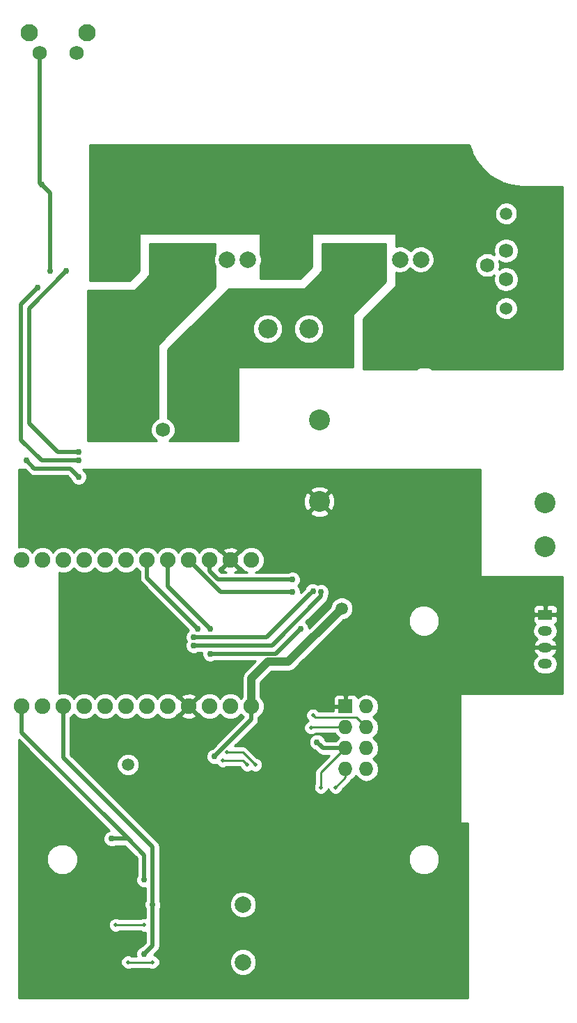
<source format=gbl>
G04 #@! TF.FileFunction,Copper,L2,Bot,Signal*
%FSLAX46Y46*%
G04 Gerber Fmt 4.6, Leading zero omitted, Abs format (unit mm)*
G04 Created by KiCad (PCBNEW 4.0.5) date 01/03/17 14:11:24*
%MOMM*%
%LPD*%
G01*
G04 APERTURE LIST*
%ADD10C,0.100000*%
%ADD11C,3.000000*%
%ADD12C,2.000000*%
%ADD13C,1.900000*%
%ADD14O,1.727200X1.727200*%
%ADD15R,1.727200X1.727200*%
%ADD16C,2.349500*%
%ADD17C,1.750000*%
%ADD18C,1.524000*%
%ADD19C,2.540000*%
%ADD20R,1.700000X1.200000*%
%ADD21O,1.700000X1.200000*%
%ADD22C,2.100000*%
%ADD23C,1.500000*%
%ADD24C,0.750000*%
%ADD25C,0.500000*%
%ADD26C,0.500000*%
%ADD27C,0.250000*%
%ADD28C,1.000000*%
%ADD29C,0.254000*%
G04 APERTURE END LIST*
D10*
D11*
X154380000Y-59580000D03*
X159460000Y-59580000D03*
D12*
X167080000Y-59580000D03*
X169620000Y-59580000D03*
D11*
X133380000Y-59580000D03*
X138460000Y-59580000D03*
D12*
X146080000Y-59580000D03*
X148620000Y-59580000D03*
D13*
X149000000Y-96110000D03*
X146460000Y-96110000D03*
X143920000Y-96110000D03*
X141380000Y-96110000D03*
X138840000Y-96110000D03*
X136300000Y-96110000D03*
X133760000Y-96110000D03*
X131220000Y-96110000D03*
X128680000Y-96110000D03*
X126140000Y-96110000D03*
X123600000Y-96110000D03*
X121060000Y-96110000D03*
X149000000Y-113890000D03*
X146460000Y-113890000D03*
X143920000Y-113890000D03*
X141380000Y-113890000D03*
X138840000Y-113890000D03*
X136300000Y-113890000D03*
X133760000Y-113890000D03*
X131220000Y-113890000D03*
X128680000Y-113890000D03*
X126140000Y-113890000D03*
X123600000Y-113890000D03*
X121060000Y-113890000D03*
D14*
X160460000Y-121540000D03*
X163000000Y-121540000D03*
X160460000Y-119000000D03*
X163000000Y-119000000D03*
X160460000Y-116460000D03*
X163000000Y-116460000D03*
D15*
X160460000Y-113920000D03*
D14*
X163000000Y-113920000D03*
D16*
X155997480Y-68000000D03*
X150998760Y-68000000D03*
X166000000Y-68000000D03*
X170998720Y-68000000D03*
D12*
X148000000Y-145000000D03*
X148000000Y-138000000D03*
D17*
X180000000Y-58500000D03*
X180000000Y-62000000D03*
X177700000Y-60250000D03*
D18*
X180000000Y-65500000D03*
D17*
X136500000Y-78000000D03*
X140000000Y-78000000D03*
X138250000Y-80300000D03*
D19*
X184716000Y-94493000D03*
X184716000Y-89184400D03*
X157284000Y-89006600D03*
X157284000Y-79100600D03*
D20*
X184750000Y-102750000D03*
D21*
X184750000Y-104750000D03*
X184750000Y-106750000D03*
X184750000Y-108750000D03*
D22*
X122000000Y-32000000D03*
D17*
X123260000Y-34490000D03*
X127760000Y-34490000D03*
D22*
X129010000Y-32000000D03*
D23*
X180000000Y-70000000D03*
X180000000Y-54000000D03*
X134000000Y-121000000D03*
D24*
X124500000Y-61000000D03*
X123500000Y-50500000D03*
D23*
X153500000Y-139500000D03*
D25*
X139000000Y-145000000D03*
X141500000Y-138500000D03*
D24*
X123500000Y-86500000D03*
D25*
X132500000Y-140500000D03*
X136000000Y-140500000D03*
X134000000Y-145000000D03*
X137000000Y-145000000D03*
D24*
X144500000Y-120000000D03*
D23*
X160000000Y-102000000D03*
D24*
X144000010Y-104500000D03*
X142500076Y-104500000D03*
X121625001Y-84000000D03*
X144000000Y-107500000D03*
X155000000Y-104500000D03*
X128000000Y-86000000D03*
X154000000Y-98500000D03*
X154000000Y-100000000D03*
X126500000Y-61000000D03*
X128000000Y-83000000D03*
X157500000Y-100000000D03*
X142000000Y-106500000D03*
X123000000Y-63000000D03*
X128000000Y-84000000D03*
X156500000Y-99879010D03*
X142000000Y-105500000D03*
X132000000Y-130000000D03*
X136000000Y-135000000D03*
X137000000Y-138000000D03*
X136000000Y-144000000D03*
D25*
X159250000Y-123750000D03*
X157500000Y-123750000D03*
D24*
X157000000Y-118250000D03*
D25*
X156500000Y-115000000D03*
X146000000Y-119500000D03*
X149500000Y-121000028D03*
X156250000Y-116500000D03*
X145500000Y-120500000D03*
X148500000Y-121000000D03*
D26*
X123500000Y-50500000D02*
X124500000Y-51500000D01*
X124500000Y-51500000D02*
X124500000Y-61000000D01*
X123260000Y-34490000D02*
X123260000Y-50260000D01*
X123260000Y-50260000D02*
X123500000Y-50500000D01*
D27*
X133000000Y-140500000D02*
X132500000Y-140500000D01*
X136000000Y-140500000D02*
X133000000Y-140500000D01*
X137000000Y-145000000D02*
X134000000Y-145000000D01*
D26*
X144500000Y-120000000D02*
X149000000Y-115500000D01*
X149000000Y-115500000D02*
X149000000Y-113890000D01*
D28*
X151000000Y-108500000D02*
X153500000Y-108500000D01*
X153500000Y-108500000D02*
X160000000Y-102000000D01*
X149000000Y-110500000D02*
X151000000Y-108500000D01*
X149000000Y-113890000D02*
X149000000Y-110500000D01*
X149110000Y-114000000D02*
X149000000Y-113890000D01*
D26*
X138840000Y-96110000D02*
X138840000Y-99339990D01*
X138840000Y-99339990D02*
X144000010Y-104500000D01*
X139000000Y-96270000D02*
X138840000Y-96110000D01*
X136300000Y-96110000D02*
X136300000Y-98299924D01*
X142125077Y-104125001D02*
X142500076Y-104500000D01*
X136300000Y-98299924D02*
X142125077Y-104125001D01*
X122625001Y-85000000D02*
X121625001Y-84000000D01*
X127000000Y-85000000D02*
X122625001Y-85000000D01*
X128000000Y-86000000D02*
X127000000Y-85000000D01*
X155000000Y-104500000D02*
X152000000Y-107500000D01*
X152000000Y-107500000D02*
X144000000Y-107500000D01*
X143920000Y-96110000D02*
X143920000Y-97453502D01*
X143920000Y-97453502D02*
X144966498Y-98500000D01*
X144966498Y-98500000D02*
X145500000Y-98500000D01*
X154000000Y-98500000D02*
X145500000Y-98500000D01*
X153000000Y-100000000D02*
X145270000Y-100000000D01*
X153000000Y-100000000D02*
X154000000Y-100000000D01*
X145270000Y-100000000D02*
X141380000Y-96110000D01*
X122000000Y-65500000D02*
X126500000Y-61000000D01*
X122000000Y-79500000D02*
X122000000Y-65500000D01*
X125500000Y-83000000D02*
X122000000Y-79500000D01*
X128000000Y-83000000D02*
X125500000Y-83000000D01*
X157500000Y-100530330D02*
X157500000Y-100000000D01*
X142000000Y-106500000D02*
X151530330Y-106500000D01*
X151530330Y-106500000D02*
X157500000Y-100530330D01*
X121000000Y-81500000D02*
X121000000Y-65000000D01*
X121000000Y-65000000D02*
X123000000Y-63000000D01*
X123500000Y-84000000D02*
X121000000Y-81500000D01*
X128000000Y-84000000D02*
X123500000Y-84000000D01*
X156125001Y-100254009D02*
X156500000Y-99879010D01*
X150879010Y-105500000D02*
X156125001Y-100254009D01*
X142000000Y-105500000D02*
X150879010Y-105500000D01*
X136000000Y-132000000D02*
X134000000Y-130000000D01*
X134000000Y-130000000D02*
X121060000Y-117060000D01*
X132000000Y-130000000D02*
X134000000Y-130000000D01*
X121060000Y-117060000D02*
X121060000Y-113890000D01*
X136000000Y-135000000D02*
X136000000Y-132000000D01*
X137000000Y-143000000D02*
X137000000Y-138530330D01*
X137000000Y-138530330D02*
X137000000Y-138000000D01*
X136000000Y-144000000D02*
X137000000Y-143000000D01*
X126140000Y-113890000D02*
X126140000Y-120140000D01*
X126140000Y-120140000D02*
X137000000Y-131000000D01*
X137000000Y-131000000D02*
X137000000Y-138000000D01*
D27*
X159250000Y-123750000D02*
X160460000Y-122540000D01*
X160460000Y-122540000D02*
X160460000Y-121540000D01*
X157500000Y-123750000D02*
X157500000Y-121960000D01*
X157500000Y-121960000D02*
X160460000Y-119000000D01*
D26*
X157374999Y-118624999D02*
X157000000Y-118250000D01*
X160460000Y-119000000D02*
X157750000Y-119000000D01*
X157750000Y-119000000D02*
X157374999Y-118624999D01*
D27*
X163000000Y-116460000D02*
X161811399Y-115271399D01*
X161811399Y-115271399D02*
X156771399Y-115271399D01*
X156771399Y-115271399D02*
X156500000Y-115000000D01*
X149500000Y-121000028D02*
X147999972Y-119500000D01*
X147999972Y-119500000D02*
X146000000Y-119500000D01*
X149250001Y-120750029D02*
X149500000Y-121000028D01*
X156290000Y-116460000D02*
X156250000Y-116500000D01*
X160460000Y-116460000D02*
X156290000Y-116460000D01*
X148500000Y-121000000D02*
X148000000Y-120500000D01*
X148000000Y-120500000D02*
X145500000Y-120500000D01*
D29*
G36*
X175814455Y-46527654D02*
X175838523Y-46584908D01*
X175861772Y-46642452D01*
X175866262Y-46650897D01*
X176423216Y-47680960D01*
X176457946Y-47732449D01*
X176491929Y-47784380D01*
X176497973Y-47791792D01*
X177244394Y-48694060D01*
X177288450Y-48737809D01*
X177331886Y-48782164D01*
X177339255Y-48788261D01*
X178246711Y-49528364D01*
X178298414Y-49562715D01*
X178349650Y-49597797D01*
X178358063Y-49602346D01*
X179391990Y-50152095D01*
X179449400Y-50175758D01*
X179506455Y-50200211D01*
X179515591Y-50203040D01*
X180636607Y-50541495D01*
X180697540Y-50553560D01*
X180758238Y-50566462D01*
X180767750Y-50567462D01*
X181933156Y-50681731D01*
X181961889Y-50681731D01*
X181990436Y-50684933D01*
X182000000Y-50685000D01*
X186815000Y-50685000D01*
X186815000Y-72873000D01*
X170958948Y-72873000D01*
X170900890Y-72833839D01*
X170560107Y-72690587D01*
X170197990Y-72616255D01*
X169828331Y-72613674D01*
X169465211Y-72682943D01*
X169122461Y-72821423D01*
X169043643Y-72873000D01*
X162627000Y-72873000D01*
X162627000Y-66802606D01*
X163812142Y-65617464D01*
X178601164Y-65617464D01*
X178650620Y-65886928D01*
X178751474Y-66141655D01*
X178899883Y-66371942D01*
X179090196Y-66569016D01*
X179315163Y-66725372D01*
X179566215Y-66835054D01*
X179833789Y-66893884D01*
X180107695Y-66899622D01*
X180377499Y-66852048D01*
X180632923Y-66752975D01*
X180864240Y-66606177D01*
X181062639Y-66417245D01*
X181220561Y-66193375D01*
X181331993Y-65943095D01*
X181392690Y-65675938D01*
X181397059Y-65363017D01*
X181343846Y-65094269D01*
X181239446Y-64840975D01*
X181087835Y-64612783D01*
X180894790Y-64418385D01*
X180667662Y-64265185D01*
X180415103Y-64159019D01*
X180146733Y-64103931D01*
X179872774Y-64102018D01*
X179603661Y-64153354D01*
X179349644Y-64255984D01*
X179120399Y-64405997D01*
X178924658Y-64597681D01*
X178769877Y-64823734D01*
X178661950Y-65075546D01*
X178604989Y-65343524D01*
X178601164Y-65617464D01*
X163812142Y-65617464D01*
X166589803Y-62839803D01*
X166611266Y-62811229D01*
X166623918Y-62777807D01*
X166627000Y-62750000D01*
X166627000Y-61154525D01*
X166885473Y-61211354D01*
X167206043Y-61218069D01*
X167521811Y-61162390D01*
X167820752Y-61046439D01*
X168091477Y-60874632D01*
X168323676Y-60653512D01*
X168348998Y-60617616D01*
X168555197Y-60831140D01*
X168818490Y-61014133D01*
X169112313Y-61142501D01*
X169425473Y-61211354D01*
X169746043Y-61218069D01*
X170061811Y-61162390D01*
X170360752Y-61046439D01*
X170631477Y-60874632D01*
X170863676Y-60653512D01*
X171048503Y-60391503D01*
X171054975Y-60376965D01*
X176188015Y-60376965D01*
X176241472Y-60668226D01*
X176350483Y-60943557D01*
X176510897Y-61192471D01*
X176716604Y-61405487D01*
X176959768Y-61574490D01*
X177231127Y-61693044D01*
X177520345Y-61756633D01*
X177816406Y-61762834D01*
X178108034Y-61711412D01*
X178384119Y-61604326D01*
X178579927Y-61480062D01*
X178553718Y-61541212D01*
X178492150Y-61830868D01*
X178488015Y-62126965D01*
X178541472Y-62418226D01*
X178650483Y-62693557D01*
X178810897Y-62942471D01*
X179016604Y-63155487D01*
X179259768Y-63324490D01*
X179531127Y-63443044D01*
X179820345Y-63506633D01*
X180116406Y-63512834D01*
X180408034Y-63461412D01*
X180684119Y-63354326D01*
X180934147Y-63195653D01*
X181148593Y-62991439D01*
X181319290Y-62749461D01*
X181439735Y-62478936D01*
X181505342Y-62190169D01*
X181510065Y-61851937D01*
X181452547Y-61561450D01*
X181339702Y-61287668D01*
X181175828Y-61041018D01*
X180967167Y-60830896D01*
X180721667Y-60665304D01*
X180448680Y-60550550D01*
X180158602Y-60491006D01*
X179862483Y-60488939D01*
X179571602Y-60544427D01*
X179297038Y-60655358D01*
X179121290Y-60770364D01*
X179139735Y-60728936D01*
X179205342Y-60440169D01*
X179210065Y-60101937D01*
X179152547Y-59811450D01*
X179117033Y-59725287D01*
X179259768Y-59824490D01*
X179531127Y-59943044D01*
X179820345Y-60006633D01*
X180116406Y-60012834D01*
X180408034Y-59961412D01*
X180684119Y-59854326D01*
X180934147Y-59695653D01*
X181148593Y-59491439D01*
X181319290Y-59249461D01*
X181439735Y-58978936D01*
X181505342Y-58690169D01*
X181510065Y-58351937D01*
X181452547Y-58061450D01*
X181339702Y-57787668D01*
X181175828Y-57541018D01*
X180967167Y-57330896D01*
X180721667Y-57165304D01*
X180448680Y-57050550D01*
X180158602Y-56991006D01*
X179862483Y-56988939D01*
X179571602Y-57044427D01*
X179297038Y-57155358D01*
X179049250Y-57317506D01*
X178837676Y-57524695D01*
X178670375Y-57769032D01*
X178553718Y-58041212D01*
X178492150Y-58330868D01*
X178488015Y-58626965D01*
X178541472Y-58918226D01*
X178583546Y-59024493D01*
X178421667Y-58915304D01*
X178148680Y-58800550D01*
X177858602Y-58741006D01*
X177562483Y-58738939D01*
X177271602Y-58794427D01*
X176997038Y-58905358D01*
X176749250Y-59067506D01*
X176537676Y-59274695D01*
X176370375Y-59519032D01*
X176253718Y-59791212D01*
X176192150Y-60080868D01*
X176188015Y-60376965D01*
X171054975Y-60376965D01*
X171178919Y-60098583D01*
X171249956Y-59785911D01*
X171255070Y-59419680D01*
X171192791Y-59105146D01*
X171070604Y-58808700D01*
X170893165Y-58541632D01*
X170667231Y-58314115D01*
X170401408Y-58134816D01*
X170105822Y-58010563D01*
X169791731Y-57946089D01*
X169471099Y-57943851D01*
X169156138Y-58003933D01*
X168858846Y-58124046D01*
X168590546Y-58299617D01*
X168361457Y-58523957D01*
X168350910Y-58539361D01*
X168127231Y-58314115D01*
X167861408Y-58134816D01*
X167565822Y-58010563D01*
X167251731Y-57946089D01*
X166931099Y-57943851D01*
X166627000Y-58001861D01*
X166627000Y-56500000D01*
X166621972Y-56464619D01*
X166607286Y-56432039D01*
X166584105Y-56404840D01*
X166554264Y-56385177D01*
X166520127Y-56374605D01*
X166500000Y-56373000D01*
X156500000Y-56373000D01*
X156464619Y-56378028D01*
X156432039Y-56392714D01*
X156404840Y-56415895D01*
X156385177Y-56445736D01*
X156374605Y-56479873D01*
X156373000Y-56500000D01*
X156373000Y-60447394D01*
X154947394Y-61873000D01*
X150127000Y-61873000D01*
X150127000Y-60215195D01*
X150178919Y-60098583D01*
X150249956Y-59785911D01*
X150255070Y-59419680D01*
X150192791Y-59105146D01*
X150127000Y-58945526D01*
X150127000Y-56500000D01*
X150121972Y-56464619D01*
X150107286Y-56432039D01*
X150084105Y-56404840D01*
X150054264Y-56385177D01*
X150020127Y-56374605D01*
X150000000Y-56373000D01*
X135500000Y-56373000D01*
X135464619Y-56378028D01*
X135432039Y-56392714D01*
X135404840Y-56415895D01*
X135385177Y-56445736D01*
X135374605Y-56479873D01*
X135373000Y-56500000D01*
X135373000Y-60947394D01*
X134197394Y-62123000D01*
X129377000Y-62123000D01*
X129377000Y-54116455D01*
X178613180Y-54116455D01*
X178662211Y-54383605D01*
X178762198Y-54636144D01*
X178909333Y-54864452D01*
X179098011Y-55059834D01*
X179321045Y-55214847D01*
X179569941Y-55323586D01*
X179835217Y-55381911D01*
X180106770Y-55387599D01*
X180374256Y-55340434D01*
X180627487Y-55242213D01*
X180856817Y-55096675D01*
X181053511Y-54909366D01*
X181210077Y-54687419D01*
X181320552Y-54439289D01*
X181380727Y-54174426D01*
X181385059Y-53864194D01*
X181332303Y-53597754D01*
X181228799Y-53346636D01*
X181078491Y-53120404D01*
X180887104Y-52927676D01*
X180661927Y-52775792D01*
X180411537Y-52670538D01*
X180145472Y-52615923D01*
X179873867Y-52614027D01*
X179607065Y-52664922D01*
X179355230Y-52766670D01*
X179127955Y-52915395D01*
X178933895Y-53105432D01*
X178780443Y-53329543D01*
X178673444Y-53579192D01*
X178616972Y-53844869D01*
X178613180Y-54116455D01*
X129377000Y-54116455D01*
X129377000Y-45627000D01*
X175535656Y-45627000D01*
X175814455Y-46527654D01*
X175814455Y-46527654D01*
G37*
X175814455Y-46527654D02*
X175838523Y-46584908D01*
X175861772Y-46642452D01*
X175866262Y-46650897D01*
X176423216Y-47680960D01*
X176457946Y-47732449D01*
X176491929Y-47784380D01*
X176497973Y-47791792D01*
X177244394Y-48694060D01*
X177288450Y-48737809D01*
X177331886Y-48782164D01*
X177339255Y-48788261D01*
X178246711Y-49528364D01*
X178298414Y-49562715D01*
X178349650Y-49597797D01*
X178358063Y-49602346D01*
X179391990Y-50152095D01*
X179449400Y-50175758D01*
X179506455Y-50200211D01*
X179515591Y-50203040D01*
X180636607Y-50541495D01*
X180697540Y-50553560D01*
X180758238Y-50566462D01*
X180767750Y-50567462D01*
X181933156Y-50681731D01*
X181961889Y-50681731D01*
X181990436Y-50684933D01*
X182000000Y-50685000D01*
X186815000Y-50685000D01*
X186815000Y-72873000D01*
X170958948Y-72873000D01*
X170900890Y-72833839D01*
X170560107Y-72690587D01*
X170197990Y-72616255D01*
X169828331Y-72613674D01*
X169465211Y-72682943D01*
X169122461Y-72821423D01*
X169043643Y-72873000D01*
X162627000Y-72873000D01*
X162627000Y-66802606D01*
X163812142Y-65617464D01*
X178601164Y-65617464D01*
X178650620Y-65886928D01*
X178751474Y-66141655D01*
X178899883Y-66371942D01*
X179090196Y-66569016D01*
X179315163Y-66725372D01*
X179566215Y-66835054D01*
X179833789Y-66893884D01*
X180107695Y-66899622D01*
X180377499Y-66852048D01*
X180632923Y-66752975D01*
X180864240Y-66606177D01*
X181062639Y-66417245D01*
X181220561Y-66193375D01*
X181331993Y-65943095D01*
X181392690Y-65675938D01*
X181397059Y-65363017D01*
X181343846Y-65094269D01*
X181239446Y-64840975D01*
X181087835Y-64612783D01*
X180894790Y-64418385D01*
X180667662Y-64265185D01*
X180415103Y-64159019D01*
X180146733Y-64103931D01*
X179872774Y-64102018D01*
X179603661Y-64153354D01*
X179349644Y-64255984D01*
X179120399Y-64405997D01*
X178924658Y-64597681D01*
X178769877Y-64823734D01*
X178661950Y-65075546D01*
X178604989Y-65343524D01*
X178601164Y-65617464D01*
X163812142Y-65617464D01*
X166589803Y-62839803D01*
X166611266Y-62811229D01*
X166623918Y-62777807D01*
X166627000Y-62750000D01*
X166627000Y-61154525D01*
X166885473Y-61211354D01*
X167206043Y-61218069D01*
X167521811Y-61162390D01*
X167820752Y-61046439D01*
X168091477Y-60874632D01*
X168323676Y-60653512D01*
X168348998Y-60617616D01*
X168555197Y-60831140D01*
X168818490Y-61014133D01*
X169112313Y-61142501D01*
X169425473Y-61211354D01*
X169746043Y-61218069D01*
X170061811Y-61162390D01*
X170360752Y-61046439D01*
X170631477Y-60874632D01*
X170863676Y-60653512D01*
X171048503Y-60391503D01*
X171054975Y-60376965D01*
X176188015Y-60376965D01*
X176241472Y-60668226D01*
X176350483Y-60943557D01*
X176510897Y-61192471D01*
X176716604Y-61405487D01*
X176959768Y-61574490D01*
X177231127Y-61693044D01*
X177520345Y-61756633D01*
X177816406Y-61762834D01*
X178108034Y-61711412D01*
X178384119Y-61604326D01*
X178579927Y-61480062D01*
X178553718Y-61541212D01*
X178492150Y-61830868D01*
X178488015Y-62126965D01*
X178541472Y-62418226D01*
X178650483Y-62693557D01*
X178810897Y-62942471D01*
X179016604Y-63155487D01*
X179259768Y-63324490D01*
X179531127Y-63443044D01*
X179820345Y-63506633D01*
X180116406Y-63512834D01*
X180408034Y-63461412D01*
X180684119Y-63354326D01*
X180934147Y-63195653D01*
X181148593Y-62991439D01*
X181319290Y-62749461D01*
X181439735Y-62478936D01*
X181505342Y-62190169D01*
X181510065Y-61851937D01*
X181452547Y-61561450D01*
X181339702Y-61287668D01*
X181175828Y-61041018D01*
X180967167Y-60830896D01*
X180721667Y-60665304D01*
X180448680Y-60550550D01*
X180158602Y-60491006D01*
X179862483Y-60488939D01*
X179571602Y-60544427D01*
X179297038Y-60655358D01*
X179121290Y-60770364D01*
X179139735Y-60728936D01*
X179205342Y-60440169D01*
X179210065Y-60101937D01*
X179152547Y-59811450D01*
X179117033Y-59725287D01*
X179259768Y-59824490D01*
X179531127Y-59943044D01*
X179820345Y-60006633D01*
X180116406Y-60012834D01*
X180408034Y-59961412D01*
X180684119Y-59854326D01*
X180934147Y-59695653D01*
X181148593Y-59491439D01*
X181319290Y-59249461D01*
X181439735Y-58978936D01*
X181505342Y-58690169D01*
X181510065Y-58351937D01*
X181452547Y-58061450D01*
X181339702Y-57787668D01*
X181175828Y-57541018D01*
X180967167Y-57330896D01*
X180721667Y-57165304D01*
X180448680Y-57050550D01*
X180158602Y-56991006D01*
X179862483Y-56988939D01*
X179571602Y-57044427D01*
X179297038Y-57155358D01*
X179049250Y-57317506D01*
X178837676Y-57524695D01*
X178670375Y-57769032D01*
X178553718Y-58041212D01*
X178492150Y-58330868D01*
X178488015Y-58626965D01*
X178541472Y-58918226D01*
X178583546Y-59024493D01*
X178421667Y-58915304D01*
X178148680Y-58800550D01*
X177858602Y-58741006D01*
X177562483Y-58738939D01*
X177271602Y-58794427D01*
X176997038Y-58905358D01*
X176749250Y-59067506D01*
X176537676Y-59274695D01*
X176370375Y-59519032D01*
X176253718Y-59791212D01*
X176192150Y-60080868D01*
X176188015Y-60376965D01*
X171054975Y-60376965D01*
X171178919Y-60098583D01*
X171249956Y-59785911D01*
X171255070Y-59419680D01*
X171192791Y-59105146D01*
X171070604Y-58808700D01*
X170893165Y-58541632D01*
X170667231Y-58314115D01*
X170401408Y-58134816D01*
X170105822Y-58010563D01*
X169791731Y-57946089D01*
X169471099Y-57943851D01*
X169156138Y-58003933D01*
X168858846Y-58124046D01*
X168590546Y-58299617D01*
X168361457Y-58523957D01*
X168350910Y-58539361D01*
X168127231Y-58314115D01*
X167861408Y-58134816D01*
X167565822Y-58010563D01*
X167251731Y-57946089D01*
X166931099Y-57943851D01*
X166627000Y-58001861D01*
X166627000Y-56500000D01*
X166621972Y-56464619D01*
X166607286Y-56432039D01*
X166584105Y-56404840D01*
X166554264Y-56385177D01*
X166520127Y-56374605D01*
X166500000Y-56373000D01*
X156500000Y-56373000D01*
X156464619Y-56378028D01*
X156432039Y-56392714D01*
X156404840Y-56415895D01*
X156385177Y-56445736D01*
X156374605Y-56479873D01*
X156373000Y-56500000D01*
X156373000Y-60447394D01*
X154947394Y-61873000D01*
X150127000Y-61873000D01*
X150127000Y-60215195D01*
X150178919Y-60098583D01*
X150249956Y-59785911D01*
X150255070Y-59419680D01*
X150192791Y-59105146D01*
X150127000Y-58945526D01*
X150127000Y-56500000D01*
X150121972Y-56464619D01*
X150107286Y-56432039D01*
X150084105Y-56404840D01*
X150054264Y-56385177D01*
X150020127Y-56374605D01*
X150000000Y-56373000D01*
X135500000Y-56373000D01*
X135464619Y-56378028D01*
X135432039Y-56392714D01*
X135404840Y-56415895D01*
X135385177Y-56445736D01*
X135374605Y-56479873D01*
X135373000Y-56500000D01*
X135373000Y-60947394D01*
X134197394Y-62123000D01*
X129377000Y-62123000D01*
X129377000Y-54116455D01*
X178613180Y-54116455D01*
X178662211Y-54383605D01*
X178762198Y-54636144D01*
X178909333Y-54864452D01*
X179098011Y-55059834D01*
X179321045Y-55214847D01*
X179569941Y-55323586D01*
X179835217Y-55381911D01*
X180106770Y-55387599D01*
X180374256Y-55340434D01*
X180627487Y-55242213D01*
X180856817Y-55096675D01*
X181053511Y-54909366D01*
X181210077Y-54687419D01*
X181320552Y-54439289D01*
X181380727Y-54174426D01*
X181385059Y-53864194D01*
X181332303Y-53597754D01*
X181228799Y-53346636D01*
X181078491Y-53120404D01*
X180887104Y-52927676D01*
X180661927Y-52775792D01*
X180411537Y-52670538D01*
X180145472Y-52615923D01*
X179873867Y-52614027D01*
X179607065Y-52664922D01*
X179355230Y-52766670D01*
X179127955Y-52915395D01*
X178933895Y-53105432D01*
X178780443Y-53329543D01*
X178673444Y-53579192D01*
X178616972Y-53844869D01*
X178613180Y-54116455D01*
X129377000Y-54116455D01*
X129377000Y-45627000D01*
X175535656Y-45627000D01*
X175814455Y-46527654D01*
G36*
X144623000Y-58825363D02*
X144445284Y-59253352D01*
X144444716Y-59903795D01*
X144623000Y-60335274D01*
X144623000Y-62947394D01*
X137660197Y-69910197D01*
X137632334Y-69952211D01*
X137623000Y-70000000D01*
X137623000Y-78925249D01*
X137395771Y-79019138D01*
X136970630Y-79443537D01*
X136740262Y-79998325D01*
X136739738Y-80599040D01*
X136969138Y-81154229D01*
X137393537Y-81579370D01*
X137498610Y-81623000D01*
X129127000Y-81623000D01*
X129127000Y-63377000D01*
X134750000Y-63377000D01*
X134799410Y-63366994D01*
X134839803Y-63339803D01*
X136589803Y-61589803D01*
X136617666Y-61547789D01*
X136627000Y-61500000D01*
X136627000Y-57627000D01*
X144623000Y-57627000D01*
X144623000Y-58825363D01*
X144623000Y-58825363D01*
G37*
X144623000Y-58825363D02*
X144445284Y-59253352D01*
X144444716Y-59903795D01*
X144623000Y-60335274D01*
X144623000Y-62947394D01*
X137660197Y-69910197D01*
X137632334Y-69952211D01*
X137623000Y-70000000D01*
X137623000Y-78925249D01*
X137395771Y-79019138D01*
X136970630Y-79443537D01*
X136740262Y-79998325D01*
X136739738Y-80599040D01*
X136969138Y-81154229D01*
X137393537Y-81579370D01*
X137498610Y-81623000D01*
X129127000Y-81623000D01*
X129127000Y-63377000D01*
X134750000Y-63377000D01*
X134799410Y-63366994D01*
X134839803Y-63339803D01*
X136589803Y-61589803D01*
X136617666Y-61547789D01*
X136627000Y-61500000D01*
X136627000Y-57627000D01*
X144623000Y-57627000D01*
X144623000Y-58825363D01*
G36*
X165373000Y-62197394D02*
X161410197Y-66160197D01*
X161382334Y-66202211D01*
X161373000Y-66250000D01*
X161373000Y-72623000D01*
X147500000Y-72623000D01*
X147450590Y-72633006D01*
X147408965Y-72661447D01*
X147381685Y-72703841D01*
X147373000Y-72750000D01*
X147373000Y-81623000D01*
X139002248Y-81623000D01*
X139104229Y-81580862D01*
X139529370Y-81156463D01*
X139759738Y-80601675D01*
X139760262Y-80000960D01*
X139530862Y-79445771D01*
X139106463Y-79020630D01*
X138877000Y-78925349D01*
X138877000Y-70552606D01*
X141071204Y-68358402D01*
X149188697Y-68358402D01*
X149463634Y-69023802D01*
X149972281Y-69533337D01*
X150637199Y-69809435D01*
X151357162Y-69810063D01*
X152022562Y-69535126D01*
X152532097Y-69026479D01*
X152808195Y-68361561D01*
X152808197Y-68358402D01*
X154187417Y-68358402D01*
X154462354Y-69023802D01*
X154971001Y-69533337D01*
X155635919Y-69809435D01*
X156355882Y-69810063D01*
X157021282Y-69535126D01*
X157530817Y-69026479D01*
X157806915Y-68361561D01*
X157807543Y-67641598D01*
X157532606Y-66976198D01*
X157023959Y-66466663D01*
X156359041Y-66190565D01*
X155639078Y-66189937D01*
X154973678Y-66464874D01*
X154464143Y-66973521D01*
X154188045Y-67638439D01*
X154187417Y-68358402D01*
X152808197Y-68358402D01*
X152808823Y-67641598D01*
X152533886Y-66976198D01*
X152025239Y-66466663D01*
X151360321Y-66190565D01*
X150640358Y-66189937D01*
X149974958Y-66464874D01*
X149465423Y-66973521D01*
X149189325Y-67638439D01*
X149188697Y-68358402D01*
X141071204Y-68358402D01*
X146302606Y-63127000D01*
X155500000Y-63127000D01*
X155549410Y-63116994D01*
X155589803Y-63089803D01*
X157589803Y-61089803D01*
X157617666Y-61047789D01*
X157627000Y-61000000D01*
X157627000Y-57627000D01*
X165373000Y-57627000D01*
X165373000Y-62197394D01*
X165373000Y-62197394D01*
G37*
X165373000Y-62197394D02*
X161410197Y-66160197D01*
X161382334Y-66202211D01*
X161373000Y-66250000D01*
X161373000Y-72623000D01*
X147500000Y-72623000D01*
X147450590Y-72633006D01*
X147408965Y-72661447D01*
X147381685Y-72703841D01*
X147373000Y-72750000D01*
X147373000Y-81623000D01*
X139002248Y-81623000D01*
X139104229Y-81580862D01*
X139529370Y-81156463D01*
X139759738Y-80601675D01*
X139760262Y-80000960D01*
X139530862Y-79445771D01*
X139106463Y-79020630D01*
X138877000Y-78925349D01*
X138877000Y-70552606D01*
X141071204Y-68358402D01*
X149188697Y-68358402D01*
X149463634Y-69023802D01*
X149972281Y-69533337D01*
X150637199Y-69809435D01*
X151357162Y-69810063D01*
X152022562Y-69535126D01*
X152532097Y-69026479D01*
X152808195Y-68361561D01*
X152808197Y-68358402D01*
X154187417Y-68358402D01*
X154462354Y-69023802D01*
X154971001Y-69533337D01*
X155635919Y-69809435D01*
X156355882Y-69810063D01*
X157021282Y-69535126D01*
X157530817Y-69026479D01*
X157806915Y-68361561D01*
X157807543Y-67641598D01*
X157532606Y-66976198D01*
X157023959Y-66466663D01*
X156359041Y-66190565D01*
X155639078Y-66189937D01*
X154973678Y-66464874D01*
X154464143Y-66973521D01*
X154188045Y-67638439D01*
X154187417Y-68358402D01*
X152808197Y-68358402D01*
X152808823Y-67641598D01*
X152533886Y-66976198D01*
X152025239Y-66466663D01*
X151360321Y-66190565D01*
X150640358Y-66189937D01*
X149974958Y-66464874D01*
X149465423Y-66973521D01*
X149189325Y-67638439D01*
X149188697Y-68358402D01*
X141071204Y-68358402D01*
X146302606Y-63127000D01*
X155500000Y-63127000D01*
X155549410Y-63116994D01*
X155589803Y-63089803D01*
X157589803Y-61089803D01*
X157617666Y-61047789D01*
X157627000Y-61000000D01*
X157627000Y-57627000D01*
X165373000Y-57627000D01*
X165373000Y-62197394D01*
G36*
X121999209Y-85625787D02*
X121999211Y-85625790D01*
X122052395Y-85661326D01*
X122286327Y-85817634D01*
X122625001Y-85885001D01*
X122625006Y-85885000D01*
X126633420Y-85885000D01*
X127018965Y-86270544D01*
X127143264Y-86571372D01*
X127427134Y-86855737D01*
X127798217Y-87009824D01*
X128200020Y-87010175D01*
X128571372Y-86856736D01*
X128855737Y-86572866D01*
X129009824Y-86201783D01*
X129010175Y-85799980D01*
X128856736Y-85428628D01*
X128572866Y-85144263D01*
X128531292Y-85127000D01*
X176873000Y-85127000D01*
X176873000Y-98000000D01*
X176883006Y-98049410D01*
X176911447Y-98091035D01*
X176953841Y-98118315D01*
X177000000Y-98127000D01*
X186815000Y-98127000D01*
X186815000Y-112373000D01*
X174500000Y-112373000D01*
X174453841Y-112381685D01*
X174411447Y-112408965D01*
X174383006Y-112450590D01*
X174373000Y-112500000D01*
X174373000Y-128000000D01*
X174381685Y-128046159D01*
X174408965Y-128088553D01*
X174450590Y-128116994D01*
X174500000Y-128127000D01*
X175373000Y-128127000D01*
X175373000Y-133640947D01*
X175328162Y-133866363D01*
X175328162Y-133933830D01*
X175315000Y-134000000D01*
X175315000Y-149315000D01*
X120685000Y-149315000D01*
X120685000Y-132873305D01*
X124114674Y-132873305D01*
X124401043Y-133566372D01*
X124930839Y-134097093D01*
X125623405Y-134384672D01*
X126373305Y-134385326D01*
X127066372Y-134098957D01*
X127597093Y-133569161D01*
X127884672Y-132876595D01*
X127885326Y-132126695D01*
X127598957Y-131433628D01*
X127069161Y-130902907D01*
X126376595Y-130615328D01*
X125626695Y-130614674D01*
X124933628Y-130901043D01*
X124402907Y-131430839D01*
X124115328Y-132123405D01*
X124114674Y-132873305D01*
X120685000Y-132873305D01*
X120685000Y-117936580D01*
X131756296Y-129007875D01*
X131428628Y-129143264D01*
X131144263Y-129427134D01*
X130990176Y-129798217D01*
X130989825Y-130200020D01*
X131143264Y-130571372D01*
X131427134Y-130855737D01*
X131798217Y-131009824D01*
X132200020Y-131010175D01*
X132502968Y-130885000D01*
X133633420Y-130885000D01*
X135115000Y-132366579D01*
X135115000Y-134497607D01*
X134990176Y-134798217D01*
X134989825Y-135200020D01*
X135143264Y-135571372D01*
X135427134Y-135855737D01*
X135798217Y-136009824D01*
X136115000Y-136010101D01*
X136115000Y-137497607D01*
X135990176Y-137798217D01*
X135989825Y-138200020D01*
X136115000Y-138502968D01*
X136115000Y-139615100D01*
X135824735Y-139614847D01*
X135521841Y-139740000D01*
X132977473Y-139740000D01*
X132676810Y-139615154D01*
X132324735Y-139614847D01*
X131999343Y-139749296D01*
X131750171Y-139998033D01*
X131615154Y-140323190D01*
X131614847Y-140675265D01*
X131749296Y-141000657D01*
X131998033Y-141249829D01*
X132323190Y-141384846D01*
X132675265Y-141385153D01*
X132978159Y-141260000D01*
X135522527Y-141260000D01*
X135823190Y-141384846D01*
X136115000Y-141385100D01*
X136115000Y-142633421D01*
X135729455Y-143018965D01*
X135428628Y-143143264D01*
X135144263Y-143427134D01*
X134990176Y-143798217D01*
X134989825Y-144200020D01*
X135006344Y-144240000D01*
X134477473Y-144240000D01*
X134176810Y-144115154D01*
X133824735Y-144114847D01*
X133499343Y-144249296D01*
X133250171Y-144498033D01*
X133115154Y-144823190D01*
X133114847Y-145175265D01*
X133249296Y-145500657D01*
X133498033Y-145749829D01*
X133823190Y-145884846D01*
X134175265Y-145885153D01*
X134478159Y-145760000D01*
X136522527Y-145760000D01*
X136823190Y-145884846D01*
X137175265Y-145885153D01*
X137500657Y-145750704D01*
X137749829Y-145501967D01*
X137823812Y-145323795D01*
X146364716Y-145323795D01*
X146613106Y-145924943D01*
X147072637Y-146385278D01*
X147673352Y-146634716D01*
X148323795Y-146635284D01*
X148924943Y-146386894D01*
X149385278Y-145927363D01*
X149634716Y-145326648D01*
X149635284Y-144676205D01*
X149386894Y-144075057D01*
X148927363Y-143614722D01*
X148326648Y-143365284D01*
X147676205Y-143364716D01*
X147075057Y-143613106D01*
X146614722Y-144072637D01*
X146365284Y-144673352D01*
X146364716Y-145323795D01*
X137823812Y-145323795D01*
X137884846Y-145176810D01*
X137885153Y-144824735D01*
X137750704Y-144499343D01*
X137501967Y-144250171D01*
X137176810Y-144115154D01*
X137136461Y-144115119D01*
X137625787Y-143625792D01*
X137625790Y-143625790D01*
X137758527Y-143427134D01*
X137817634Y-143338674D01*
X137885001Y-143000000D01*
X137885000Y-142999995D01*
X137885000Y-138502393D01*
X137959160Y-138323795D01*
X146364716Y-138323795D01*
X146613106Y-138924943D01*
X147072637Y-139385278D01*
X147673352Y-139634716D01*
X148323795Y-139635284D01*
X148924943Y-139386894D01*
X149385278Y-138927363D01*
X149634716Y-138326648D01*
X149635284Y-137676205D01*
X149386894Y-137075057D01*
X148927363Y-136614722D01*
X148326648Y-136365284D01*
X147676205Y-136364716D01*
X147075057Y-136613106D01*
X146614722Y-137072637D01*
X146365284Y-137673352D01*
X146364716Y-138323795D01*
X137959160Y-138323795D01*
X138009824Y-138201783D01*
X138010175Y-137799980D01*
X137885000Y-137497032D01*
X137885000Y-132873305D01*
X168114674Y-132873305D01*
X168401043Y-133566372D01*
X168930839Y-134097093D01*
X169623405Y-134384672D01*
X170373305Y-134385326D01*
X171066372Y-134098957D01*
X171597093Y-133569161D01*
X171884672Y-132876595D01*
X171885326Y-132126695D01*
X171598957Y-131433628D01*
X171069161Y-130902907D01*
X170376595Y-130615328D01*
X169626695Y-130614674D01*
X168933628Y-130901043D01*
X168402907Y-131430839D01*
X168115328Y-132123405D01*
X168114674Y-132873305D01*
X137885000Y-132873305D01*
X137885000Y-131000005D01*
X137885001Y-131000000D01*
X137817633Y-130661325D01*
X137758527Y-130572866D01*
X137625790Y-130374210D01*
X137625787Y-130374208D01*
X128525865Y-121274285D01*
X132614760Y-121274285D01*
X132825169Y-121783515D01*
X133214436Y-122173461D01*
X133723298Y-122384759D01*
X134274285Y-122385240D01*
X134783515Y-122174831D01*
X135173461Y-121785564D01*
X135384759Y-121276702D01*
X135385240Y-120725715D01*
X135174831Y-120216485D01*
X134785564Y-119826539D01*
X134276702Y-119615241D01*
X133725715Y-119614760D01*
X133216485Y-119825169D01*
X132826539Y-120214436D01*
X132615241Y-120723298D01*
X132614760Y-121274285D01*
X128525865Y-121274285D01*
X127025000Y-119773420D01*
X127025000Y-115239298D01*
X127036657Y-115234481D01*
X127410261Y-114861529D01*
X127780997Y-115232914D01*
X128363341Y-115474724D01*
X128993893Y-115475275D01*
X129576657Y-115234481D01*
X129950261Y-114861529D01*
X130320997Y-115232914D01*
X130903341Y-115474724D01*
X131533893Y-115475275D01*
X132116657Y-115234481D01*
X132490261Y-114861529D01*
X132860997Y-115232914D01*
X133443341Y-115474724D01*
X134073893Y-115475275D01*
X134656657Y-115234481D01*
X135030261Y-114861529D01*
X135400997Y-115232914D01*
X135983341Y-115474724D01*
X136613893Y-115475275D01*
X137196657Y-115234481D01*
X137570261Y-114861529D01*
X137940997Y-115232914D01*
X138523341Y-115474724D01*
X139153893Y-115475275D01*
X139736657Y-115234481D01*
X139967776Y-115003765D01*
X140440183Y-115003765D01*
X140532373Y-115265919D01*
X141123437Y-115485556D01*
X141753560Y-115462284D01*
X142227627Y-115265919D01*
X142319817Y-115003765D01*
X141380000Y-114063948D01*
X140440183Y-115003765D01*
X139967776Y-115003765D01*
X140174385Y-114797517D01*
X140266235Y-114829817D01*
X141206052Y-113890000D01*
X140266235Y-112950183D01*
X140173834Y-112982677D01*
X139967753Y-112776235D01*
X140440183Y-112776235D01*
X141380000Y-113716052D01*
X142319817Y-112776235D01*
X142227627Y-112514081D01*
X141636563Y-112294444D01*
X141006440Y-112317716D01*
X140532373Y-112514081D01*
X140440183Y-112776235D01*
X139967753Y-112776235D01*
X139739003Y-112547086D01*
X139156659Y-112305276D01*
X138526107Y-112304725D01*
X137943343Y-112545519D01*
X137569739Y-112918471D01*
X137199003Y-112547086D01*
X136616659Y-112305276D01*
X135986107Y-112304725D01*
X135403343Y-112545519D01*
X135029739Y-112918471D01*
X134659003Y-112547086D01*
X134076659Y-112305276D01*
X133446107Y-112304725D01*
X132863343Y-112545519D01*
X132489739Y-112918471D01*
X132119003Y-112547086D01*
X131536659Y-112305276D01*
X130906107Y-112304725D01*
X130323343Y-112545519D01*
X129949739Y-112918471D01*
X129579003Y-112547086D01*
X128996659Y-112305276D01*
X128366107Y-112304725D01*
X127783343Y-112545519D01*
X127409739Y-112918471D01*
X127039003Y-112547086D01*
X126456659Y-112305276D01*
X125826107Y-112304725D01*
X125627000Y-112386995D01*
X125627000Y-97613196D01*
X125823341Y-97694724D01*
X126453893Y-97695275D01*
X127036657Y-97454481D01*
X127410261Y-97081529D01*
X127780997Y-97452914D01*
X128363341Y-97694724D01*
X128993893Y-97695275D01*
X129576657Y-97454481D01*
X129950261Y-97081529D01*
X130320997Y-97452914D01*
X130903341Y-97694724D01*
X131533893Y-97695275D01*
X132116657Y-97454481D01*
X132490261Y-97081529D01*
X132860997Y-97452914D01*
X133443341Y-97694724D01*
X134073893Y-97695275D01*
X134656657Y-97454481D01*
X135030261Y-97081529D01*
X135400997Y-97452914D01*
X135415000Y-97458729D01*
X135415000Y-98299919D01*
X135414999Y-98299924D01*
X135454798Y-98500000D01*
X135482367Y-98638599D01*
X135674210Y-98925714D01*
X141410178Y-104661681D01*
X141144263Y-104927134D01*
X140990176Y-105298217D01*
X140989825Y-105700020D01*
X141113890Y-106000281D01*
X140990176Y-106298217D01*
X140989825Y-106700020D01*
X141143264Y-107071372D01*
X141427134Y-107355737D01*
X141798217Y-107509824D01*
X142200020Y-107510175D01*
X142502968Y-107385000D01*
X142990100Y-107385000D01*
X142989825Y-107700020D01*
X143143264Y-108071372D01*
X143427134Y-108355737D01*
X143798217Y-108509824D01*
X144200020Y-108510175D01*
X144502968Y-108385000D01*
X149509868Y-108385000D01*
X148197434Y-109697434D01*
X147951397Y-110065654D01*
X147865000Y-110500000D01*
X147865000Y-112783446D01*
X147729739Y-112918471D01*
X147359003Y-112547086D01*
X146776659Y-112305276D01*
X146146107Y-112304725D01*
X145563343Y-112545519D01*
X145189739Y-112918471D01*
X144819003Y-112547086D01*
X144236659Y-112305276D01*
X143606107Y-112304725D01*
X143023343Y-112545519D01*
X142585615Y-112982483D01*
X142493765Y-112950183D01*
X141553948Y-113890000D01*
X142493765Y-114829817D01*
X142586166Y-114797323D01*
X143020997Y-115232914D01*
X143603341Y-115474724D01*
X144233893Y-115475275D01*
X144816657Y-115234481D01*
X145190261Y-114861529D01*
X145560997Y-115232914D01*
X146143341Y-115474724D01*
X146773893Y-115475275D01*
X147356657Y-115234481D01*
X147730261Y-114861529D01*
X148058289Y-115190132D01*
X144229455Y-119018965D01*
X143928628Y-119143264D01*
X143644263Y-119427134D01*
X143490176Y-119798217D01*
X143489825Y-120200020D01*
X143643264Y-120571372D01*
X143927134Y-120855737D01*
X144298217Y-121009824D01*
X144700020Y-121010175D01*
X144745469Y-120991396D01*
X144749296Y-121000657D01*
X144998033Y-121249829D01*
X145323190Y-121384846D01*
X145675265Y-121385153D01*
X145978159Y-121260000D01*
X147649859Y-121260000D01*
X147749296Y-121500657D01*
X147998033Y-121749829D01*
X148323190Y-121884846D01*
X148675265Y-121885153D01*
X149000364Y-121750825D01*
X149323190Y-121884874D01*
X149675265Y-121885181D01*
X150000657Y-121750732D01*
X150249829Y-121501995D01*
X150384846Y-121176838D01*
X150385153Y-120824763D01*
X150250704Y-120499371D01*
X150001967Y-120250199D01*
X149699291Y-120124517D01*
X148537373Y-118962599D01*
X148290811Y-118797852D01*
X147999972Y-118740000D01*
X147011580Y-118740000D01*
X149076314Y-116675265D01*
X155364847Y-116675265D01*
X155499296Y-117000657D01*
X155748033Y-117249829D01*
X156073190Y-117384846D01*
X156425265Y-117385153D01*
X156750657Y-117250704D01*
X156781415Y-117220000D01*
X159180480Y-117220000D01*
X159400330Y-117549029D01*
X159671172Y-117730000D01*
X159400330Y-117910971D01*
X159264002Y-118115000D01*
X158116580Y-118115000D01*
X158000789Y-117999209D01*
X158000786Y-117999207D01*
X157981035Y-117979456D01*
X157856736Y-117678628D01*
X157572866Y-117394263D01*
X157201783Y-117240176D01*
X156799980Y-117239825D01*
X156428628Y-117393264D01*
X156144263Y-117677134D01*
X155990176Y-118048217D01*
X155989825Y-118450020D01*
X156143264Y-118821372D01*
X156427134Y-119105737D01*
X156729861Y-119231440D01*
X156749207Y-119250786D01*
X156749209Y-119250789D01*
X157124208Y-119625787D01*
X157124210Y-119625790D01*
X157295138Y-119740000D01*
X157411326Y-119817634D01*
X157750000Y-119885001D01*
X157750005Y-119885000D01*
X158500198Y-119885000D01*
X156962599Y-121422599D01*
X156797852Y-121669161D01*
X156740000Y-121960000D01*
X156740000Y-123272527D01*
X156615154Y-123573190D01*
X156614847Y-123925265D01*
X156749296Y-124250657D01*
X156998033Y-124499829D01*
X157323190Y-124634846D01*
X157675265Y-124635153D01*
X158000657Y-124500704D01*
X158249829Y-124251967D01*
X158375142Y-123950180D01*
X158499296Y-124250657D01*
X158748033Y-124499829D01*
X159073190Y-124634846D01*
X159425265Y-124635153D01*
X159750657Y-124500704D01*
X159999829Y-124251967D01*
X160125511Y-123949291D01*
X160997401Y-123077401D01*
X161117391Y-122897823D01*
X161519670Y-122629029D01*
X161730000Y-122314248D01*
X161940330Y-122629029D01*
X162426511Y-122953885D01*
X163000000Y-123067959D01*
X163573489Y-122953885D01*
X164059670Y-122629029D01*
X164384526Y-122142848D01*
X164498600Y-121569359D01*
X164498600Y-121510641D01*
X164384526Y-120937152D01*
X164059670Y-120450971D01*
X163788828Y-120270000D01*
X164059670Y-120089029D01*
X164384526Y-119602848D01*
X164498600Y-119029359D01*
X164498600Y-118970641D01*
X164384526Y-118397152D01*
X164059670Y-117910971D01*
X163788828Y-117730000D01*
X164059670Y-117549029D01*
X164384526Y-117062848D01*
X164498600Y-116489359D01*
X164498600Y-116430641D01*
X164384526Y-115857152D01*
X164059670Y-115370971D01*
X163788828Y-115190000D01*
X164059670Y-115009029D01*
X164384526Y-114522848D01*
X164498600Y-113949359D01*
X164498600Y-113890641D01*
X164384526Y-113317152D01*
X164059670Y-112830971D01*
X163573489Y-112506115D01*
X163000000Y-112392041D01*
X162426511Y-112506115D01*
X161940330Y-112830971D01*
X161926263Y-112852023D01*
X161861927Y-112696702D01*
X161683299Y-112518073D01*
X161449910Y-112421400D01*
X160741750Y-112421400D01*
X160583000Y-112580150D01*
X160583000Y-113797000D01*
X160603000Y-113797000D01*
X160603000Y-114043000D01*
X160583000Y-114043000D01*
X160583000Y-114063000D01*
X160337000Y-114063000D01*
X160337000Y-114043000D01*
X159120150Y-114043000D01*
X158961400Y-114201750D01*
X158961400Y-114511399D01*
X157255685Y-114511399D01*
X157250704Y-114499343D01*
X157001967Y-114250171D01*
X156676810Y-114115154D01*
X156324735Y-114114847D01*
X155999343Y-114249296D01*
X155750171Y-114498033D01*
X155615154Y-114823190D01*
X155614847Y-115175265D01*
X155749296Y-115500657D01*
X155925034Y-115676702D01*
X155749343Y-115749296D01*
X155500171Y-115998033D01*
X155365154Y-116323190D01*
X155364847Y-116675265D01*
X149076314Y-116675265D01*
X149625787Y-116125792D01*
X149625790Y-116125790D01*
X149817633Y-115838675D01*
X149835412Y-115749296D01*
X149885001Y-115500000D01*
X149885000Y-115499995D01*
X149885000Y-115239298D01*
X149896657Y-115234481D01*
X150342914Y-114789003D01*
X150584724Y-114206659D01*
X150585275Y-113576107D01*
X150344481Y-112993343D01*
X150281340Y-112930091D01*
X158961400Y-112930091D01*
X158961400Y-113638250D01*
X159120150Y-113797000D01*
X160337000Y-113797000D01*
X160337000Y-112580150D01*
X160178250Y-112421400D01*
X159470090Y-112421400D01*
X159236701Y-112518073D01*
X159058073Y-112696702D01*
X158961400Y-112930091D01*
X150281340Y-112930091D01*
X150135000Y-112783496D01*
X150135000Y-110970132D01*
X151470132Y-109635000D01*
X153500000Y-109635000D01*
X153934346Y-109548603D01*
X154302566Y-109302566D01*
X154855132Y-108750000D01*
X183235907Y-108750000D01*
X183329916Y-109222614D01*
X183597630Y-109623277D01*
X183998293Y-109890991D01*
X184470907Y-109985000D01*
X185029093Y-109985000D01*
X185501707Y-109890991D01*
X185902370Y-109623277D01*
X186170084Y-109222614D01*
X186264093Y-108750000D01*
X186170084Y-108277386D01*
X185902370Y-107876723D01*
X185705942Y-107745474D01*
X185960251Y-107536303D01*
X186188061Y-107108977D01*
X186194489Y-107063722D01*
X186069198Y-106873000D01*
X184873000Y-106873000D01*
X184873000Y-106893000D01*
X184627000Y-106893000D01*
X184627000Y-106873000D01*
X183430802Y-106873000D01*
X183305511Y-107063722D01*
X183311939Y-107108977D01*
X183539749Y-107536303D01*
X183794058Y-107745474D01*
X183597630Y-107876723D01*
X183329916Y-108277386D01*
X183235907Y-108750000D01*
X154855132Y-108750000D01*
X159731827Y-103873305D01*
X168114674Y-103873305D01*
X168401043Y-104566372D01*
X168930839Y-105097093D01*
X169623405Y-105384672D01*
X170373305Y-105385326D01*
X171066372Y-105098957D01*
X171415938Y-104750000D01*
X183235907Y-104750000D01*
X183329916Y-105222614D01*
X183597630Y-105623277D01*
X183794058Y-105754526D01*
X183539749Y-105963697D01*
X183311939Y-106391023D01*
X183305511Y-106436278D01*
X183430802Y-106627000D01*
X184627000Y-106627000D01*
X184627000Y-106607000D01*
X184873000Y-106607000D01*
X184873000Y-106627000D01*
X186069198Y-106627000D01*
X186194489Y-106436278D01*
X186188061Y-106391023D01*
X185960251Y-105963697D01*
X185705942Y-105754526D01*
X185902370Y-105623277D01*
X186170084Y-105222614D01*
X186264093Y-104750000D01*
X186170084Y-104277386D01*
X185920870Y-103904410D01*
X185959699Y-103888327D01*
X186138327Y-103709698D01*
X186235000Y-103476309D01*
X186235000Y-103031750D01*
X186076250Y-102873000D01*
X184873000Y-102873000D01*
X184873000Y-102893000D01*
X184627000Y-102893000D01*
X184627000Y-102873000D01*
X183423750Y-102873000D01*
X183265000Y-103031750D01*
X183265000Y-103476309D01*
X183361673Y-103709698D01*
X183540301Y-103888327D01*
X183579130Y-103904410D01*
X183329916Y-104277386D01*
X183235907Y-104750000D01*
X171415938Y-104750000D01*
X171597093Y-104569161D01*
X171884672Y-103876595D01*
X171885326Y-103126695D01*
X171598957Y-102433628D01*
X171189735Y-102023691D01*
X183265000Y-102023691D01*
X183265000Y-102468250D01*
X183423750Y-102627000D01*
X184627000Y-102627000D01*
X184627000Y-101673750D01*
X184873000Y-101673750D01*
X184873000Y-102627000D01*
X186076250Y-102627000D01*
X186235000Y-102468250D01*
X186235000Y-102023691D01*
X186138327Y-101790302D01*
X185959699Y-101611673D01*
X185726310Y-101515000D01*
X185031750Y-101515000D01*
X184873000Y-101673750D01*
X184627000Y-101673750D01*
X184468250Y-101515000D01*
X183773690Y-101515000D01*
X183540301Y-101611673D01*
X183361673Y-101790302D01*
X183265000Y-102023691D01*
X171189735Y-102023691D01*
X171069161Y-101902907D01*
X170376595Y-101615328D01*
X169626695Y-101614674D01*
X168933628Y-101901043D01*
X168402907Y-102430839D01*
X168115328Y-103123405D01*
X168114674Y-103873305D01*
X159731827Y-103873305D01*
X160219939Y-103385193D01*
X160274285Y-103385240D01*
X160783515Y-103174831D01*
X161173461Y-102785564D01*
X161384759Y-102276702D01*
X161385240Y-101725715D01*
X161174831Y-101216485D01*
X160785564Y-100826539D01*
X160276702Y-100615241D01*
X159725715Y-100614760D01*
X159216485Y-100825169D01*
X158826539Y-101214436D01*
X158615241Y-101723298D01*
X158615192Y-101779676D01*
X156010101Y-104384767D01*
X156010175Y-104299980D01*
X155856736Y-103928628D01*
X155605228Y-103676681D01*
X158125787Y-101156122D01*
X158125790Y-101156120D01*
X158317633Y-100869005D01*
X158318430Y-100865000D01*
X158385001Y-100530330D01*
X158385000Y-100530325D01*
X158385000Y-100502393D01*
X158509824Y-100201783D01*
X158510175Y-99799980D01*
X158356736Y-99428628D01*
X158072866Y-99144263D01*
X157701783Y-98990176D01*
X157299980Y-98989825D01*
X157115549Y-99066030D01*
X157072866Y-99023273D01*
X156701783Y-98869186D01*
X156299980Y-98868835D01*
X155928628Y-99022274D01*
X155644263Y-99306144D01*
X155518560Y-99608870D01*
X155499211Y-99628219D01*
X155499209Y-99628222D01*
X155009898Y-100117533D01*
X155010175Y-99799980D01*
X154856736Y-99428628D01*
X154678357Y-99249938D01*
X154855737Y-99072866D01*
X155009824Y-98701783D01*
X155010175Y-98299980D01*
X154856736Y-97928628D01*
X154572866Y-97644263D01*
X154201783Y-97490176D01*
X153799980Y-97489825D01*
X153497032Y-97615000D01*
X149508173Y-97615000D01*
X149896657Y-97454481D01*
X150342914Y-97009003D01*
X150584724Y-96426659D01*
X150585275Y-95796107D01*
X150344481Y-95213343D01*
X149899003Y-94767086D01*
X149316659Y-94525276D01*
X148686107Y-94524725D01*
X148103343Y-94765519D01*
X147665615Y-95202483D01*
X147573765Y-95170183D01*
X146633948Y-96110000D01*
X147573765Y-97049817D01*
X147666166Y-97017323D01*
X148100997Y-97452914D01*
X148491344Y-97615000D01*
X146995998Y-97615000D01*
X147307627Y-97485919D01*
X147399817Y-97223765D01*
X146460000Y-96283948D01*
X145520183Y-97223765D01*
X145612373Y-97485919D01*
X145959742Y-97615000D01*
X145333077Y-97615000D01*
X144994763Y-97276686D01*
X145254385Y-97017517D01*
X145346235Y-97049817D01*
X146286052Y-96110000D01*
X145346235Y-95170183D01*
X145253834Y-95202677D01*
X145047753Y-94996235D01*
X145520183Y-94996235D01*
X146460000Y-95936052D01*
X147399817Y-94996235D01*
X147307627Y-94734081D01*
X146716563Y-94514444D01*
X146086440Y-94537716D01*
X145612373Y-94734081D01*
X145520183Y-94996235D01*
X145047753Y-94996235D01*
X144819003Y-94767086D01*
X144236659Y-94525276D01*
X143606107Y-94524725D01*
X143023343Y-94765519D01*
X142649739Y-95138471D01*
X142279003Y-94767086D01*
X141696659Y-94525276D01*
X141066107Y-94524725D01*
X140483343Y-94765519D01*
X140109739Y-95138471D01*
X139739003Y-94767086D01*
X139156659Y-94525276D01*
X138526107Y-94524725D01*
X137943343Y-94765519D01*
X137569739Y-95138471D01*
X137199003Y-94767086D01*
X136616659Y-94525276D01*
X135986107Y-94524725D01*
X135403343Y-94765519D01*
X135029739Y-95138471D01*
X134659003Y-94767086D01*
X134076659Y-94525276D01*
X133446107Y-94524725D01*
X132863343Y-94765519D01*
X132489739Y-95138471D01*
X132119003Y-94767086D01*
X131536659Y-94525276D01*
X130906107Y-94524725D01*
X130323343Y-94765519D01*
X129949739Y-95138471D01*
X129579003Y-94767086D01*
X128996659Y-94525276D01*
X128366107Y-94524725D01*
X127783343Y-94765519D01*
X127409739Y-95138471D01*
X127039003Y-94767086D01*
X126456659Y-94525276D01*
X125826107Y-94524725D01*
X125243343Y-94765519D01*
X124869739Y-95138471D01*
X124499003Y-94767086D01*
X123916659Y-94525276D01*
X123286107Y-94524725D01*
X122703343Y-94765519D01*
X122329739Y-95138471D01*
X121959003Y-94767086D01*
X121376659Y-94525276D01*
X120746107Y-94524725D01*
X120685000Y-94549974D01*
X120685000Y-90351747D01*
X156112801Y-90351747D01*
X156244133Y-90647115D01*
X156951086Y-90920178D01*
X157708722Y-90901916D01*
X158323867Y-90647115D01*
X158455199Y-90351747D01*
X157284000Y-89180548D01*
X156112801Y-90351747D01*
X120685000Y-90351747D01*
X120685000Y-88673686D01*
X155370422Y-88673686D01*
X155388684Y-89431322D01*
X155643485Y-90046467D01*
X155938853Y-90177799D01*
X157110052Y-89006600D01*
X157457948Y-89006600D01*
X158629147Y-90177799D01*
X158924515Y-90046467D01*
X159197578Y-89339514D01*
X159179316Y-88581878D01*
X158924515Y-87966733D01*
X158629147Y-87835401D01*
X157457948Y-89006600D01*
X157110052Y-89006600D01*
X155938853Y-87835401D01*
X155643485Y-87966733D01*
X155370422Y-88673686D01*
X120685000Y-88673686D01*
X120685000Y-87661453D01*
X156112801Y-87661453D01*
X157284000Y-88832652D01*
X158455199Y-87661453D01*
X158323867Y-87366085D01*
X157616914Y-87093022D01*
X156859278Y-87111284D01*
X156244133Y-87366085D01*
X156112801Y-87661453D01*
X120685000Y-87661453D01*
X120685000Y-85127000D01*
X121500421Y-85127000D01*
X121999209Y-85625787D01*
X121999209Y-85625787D01*
G37*
X121999209Y-85625787D02*
X121999211Y-85625790D01*
X122052395Y-85661326D01*
X122286327Y-85817634D01*
X122625001Y-85885001D01*
X122625006Y-85885000D01*
X126633420Y-85885000D01*
X127018965Y-86270544D01*
X127143264Y-86571372D01*
X127427134Y-86855737D01*
X127798217Y-87009824D01*
X128200020Y-87010175D01*
X128571372Y-86856736D01*
X128855737Y-86572866D01*
X129009824Y-86201783D01*
X129010175Y-85799980D01*
X128856736Y-85428628D01*
X128572866Y-85144263D01*
X128531292Y-85127000D01*
X176873000Y-85127000D01*
X176873000Y-98000000D01*
X176883006Y-98049410D01*
X176911447Y-98091035D01*
X176953841Y-98118315D01*
X177000000Y-98127000D01*
X186815000Y-98127000D01*
X186815000Y-112373000D01*
X174500000Y-112373000D01*
X174453841Y-112381685D01*
X174411447Y-112408965D01*
X174383006Y-112450590D01*
X174373000Y-112500000D01*
X174373000Y-128000000D01*
X174381685Y-128046159D01*
X174408965Y-128088553D01*
X174450590Y-128116994D01*
X174500000Y-128127000D01*
X175373000Y-128127000D01*
X175373000Y-133640947D01*
X175328162Y-133866363D01*
X175328162Y-133933830D01*
X175315000Y-134000000D01*
X175315000Y-149315000D01*
X120685000Y-149315000D01*
X120685000Y-132873305D01*
X124114674Y-132873305D01*
X124401043Y-133566372D01*
X124930839Y-134097093D01*
X125623405Y-134384672D01*
X126373305Y-134385326D01*
X127066372Y-134098957D01*
X127597093Y-133569161D01*
X127884672Y-132876595D01*
X127885326Y-132126695D01*
X127598957Y-131433628D01*
X127069161Y-130902907D01*
X126376595Y-130615328D01*
X125626695Y-130614674D01*
X124933628Y-130901043D01*
X124402907Y-131430839D01*
X124115328Y-132123405D01*
X124114674Y-132873305D01*
X120685000Y-132873305D01*
X120685000Y-117936580D01*
X131756296Y-129007875D01*
X131428628Y-129143264D01*
X131144263Y-129427134D01*
X130990176Y-129798217D01*
X130989825Y-130200020D01*
X131143264Y-130571372D01*
X131427134Y-130855737D01*
X131798217Y-131009824D01*
X132200020Y-131010175D01*
X132502968Y-130885000D01*
X133633420Y-130885000D01*
X135115000Y-132366579D01*
X135115000Y-134497607D01*
X134990176Y-134798217D01*
X134989825Y-135200020D01*
X135143264Y-135571372D01*
X135427134Y-135855737D01*
X135798217Y-136009824D01*
X136115000Y-136010101D01*
X136115000Y-137497607D01*
X135990176Y-137798217D01*
X135989825Y-138200020D01*
X136115000Y-138502968D01*
X136115000Y-139615100D01*
X135824735Y-139614847D01*
X135521841Y-139740000D01*
X132977473Y-139740000D01*
X132676810Y-139615154D01*
X132324735Y-139614847D01*
X131999343Y-139749296D01*
X131750171Y-139998033D01*
X131615154Y-140323190D01*
X131614847Y-140675265D01*
X131749296Y-141000657D01*
X131998033Y-141249829D01*
X132323190Y-141384846D01*
X132675265Y-141385153D01*
X132978159Y-141260000D01*
X135522527Y-141260000D01*
X135823190Y-141384846D01*
X136115000Y-141385100D01*
X136115000Y-142633421D01*
X135729455Y-143018965D01*
X135428628Y-143143264D01*
X135144263Y-143427134D01*
X134990176Y-143798217D01*
X134989825Y-144200020D01*
X135006344Y-144240000D01*
X134477473Y-144240000D01*
X134176810Y-144115154D01*
X133824735Y-144114847D01*
X133499343Y-144249296D01*
X133250171Y-144498033D01*
X133115154Y-144823190D01*
X133114847Y-145175265D01*
X133249296Y-145500657D01*
X133498033Y-145749829D01*
X133823190Y-145884846D01*
X134175265Y-145885153D01*
X134478159Y-145760000D01*
X136522527Y-145760000D01*
X136823190Y-145884846D01*
X137175265Y-145885153D01*
X137500657Y-145750704D01*
X137749829Y-145501967D01*
X137823812Y-145323795D01*
X146364716Y-145323795D01*
X146613106Y-145924943D01*
X147072637Y-146385278D01*
X147673352Y-146634716D01*
X148323795Y-146635284D01*
X148924943Y-146386894D01*
X149385278Y-145927363D01*
X149634716Y-145326648D01*
X149635284Y-144676205D01*
X149386894Y-144075057D01*
X148927363Y-143614722D01*
X148326648Y-143365284D01*
X147676205Y-143364716D01*
X147075057Y-143613106D01*
X146614722Y-144072637D01*
X146365284Y-144673352D01*
X146364716Y-145323795D01*
X137823812Y-145323795D01*
X137884846Y-145176810D01*
X137885153Y-144824735D01*
X137750704Y-144499343D01*
X137501967Y-144250171D01*
X137176810Y-144115154D01*
X137136461Y-144115119D01*
X137625787Y-143625792D01*
X137625790Y-143625790D01*
X137758527Y-143427134D01*
X137817634Y-143338674D01*
X137885001Y-143000000D01*
X137885000Y-142999995D01*
X137885000Y-138502393D01*
X137959160Y-138323795D01*
X146364716Y-138323795D01*
X146613106Y-138924943D01*
X147072637Y-139385278D01*
X147673352Y-139634716D01*
X148323795Y-139635284D01*
X148924943Y-139386894D01*
X149385278Y-138927363D01*
X149634716Y-138326648D01*
X149635284Y-137676205D01*
X149386894Y-137075057D01*
X148927363Y-136614722D01*
X148326648Y-136365284D01*
X147676205Y-136364716D01*
X147075057Y-136613106D01*
X146614722Y-137072637D01*
X146365284Y-137673352D01*
X146364716Y-138323795D01*
X137959160Y-138323795D01*
X138009824Y-138201783D01*
X138010175Y-137799980D01*
X137885000Y-137497032D01*
X137885000Y-132873305D01*
X168114674Y-132873305D01*
X168401043Y-133566372D01*
X168930839Y-134097093D01*
X169623405Y-134384672D01*
X170373305Y-134385326D01*
X171066372Y-134098957D01*
X171597093Y-133569161D01*
X171884672Y-132876595D01*
X171885326Y-132126695D01*
X171598957Y-131433628D01*
X171069161Y-130902907D01*
X170376595Y-130615328D01*
X169626695Y-130614674D01*
X168933628Y-130901043D01*
X168402907Y-131430839D01*
X168115328Y-132123405D01*
X168114674Y-132873305D01*
X137885000Y-132873305D01*
X137885000Y-131000005D01*
X137885001Y-131000000D01*
X137817633Y-130661325D01*
X137758527Y-130572866D01*
X137625790Y-130374210D01*
X137625787Y-130374208D01*
X128525865Y-121274285D01*
X132614760Y-121274285D01*
X132825169Y-121783515D01*
X133214436Y-122173461D01*
X133723298Y-122384759D01*
X134274285Y-122385240D01*
X134783515Y-122174831D01*
X135173461Y-121785564D01*
X135384759Y-121276702D01*
X135385240Y-120725715D01*
X135174831Y-120216485D01*
X134785564Y-119826539D01*
X134276702Y-119615241D01*
X133725715Y-119614760D01*
X133216485Y-119825169D01*
X132826539Y-120214436D01*
X132615241Y-120723298D01*
X132614760Y-121274285D01*
X128525865Y-121274285D01*
X127025000Y-119773420D01*
X127025000Y-115239298D01*
X127036657Y-115234481D01*
X127410261Y-114861529D01*
X127780997Y-115232914D01*
X128363341Y-115474724D01*
X128993893Y-115475275D01*
X129576657Y-115234481D01*
X129950261Y-114861529D01*
X130320997Y-115232914D01*
X130903341Y-115474724D01*
X131533893Y-115475275D01*
X132116657Y-115234481D01*
X132490261Y-114861529D01*
X132860997Y-115232914D01*
X133443341Y-115474724D01*
X134073893Y-115475275D01*
X134656657Y-115234481D01*
X135030261Y-114861529D01*
X135400997Y-115232914D01*
X135983341Y-115474724D01*
X136613893Y-115475275D01*
X137196657Y-115234481D01*
X137570261Y-114861529D01*
X137940997Y-115232914D01*
X138523341Y-115474724D01*
X139153893Y-115475275D01*
X139736657Y-115234481D01*
X139967776Y-115003765D01*
X140440183Y-115003765D01*
X140532373Y-115265919D01*
X141123437Y-115485556D01*
X141753560Y-115462284D01*
X142227627Y-115265919D01*
X142319817Y-115003765D01*
X141380000Y-114063948D01*
X140440183Y-115003765D01*
X139967776Y-115003765D01*
X140174385Y-114797517D01*
X140266235Y-114829817D01*
X141206052Y-113890000D01*
X140266235Y-112950183D01*
X140173834Y-112982677D01*
X139967753Y-112776235D01*
X140440183Y-112776235D01*
X141380000Y-113716052D01*
X142319817Y-112776235D01*
X142227627Y-112514081D01*
X141636563Y-112294444D01*
X141006440Y-112317716D01*
X140532373Y-112514081D01*
X140440183Y-112776235D01*
X139967753Y-112776235D01*
X139739003Y-112547086D01*
X139156659Y-112305276D01*
X138526107Y-112304725D01*
X137943343Y-112545519D01*
X137569739Y-112918471D01*
X137199003Y-112547086D01*
X136616659Y-112305276D01*
X135986107Y-112304725D01*
X135403343Y-112545519D01*
X135029739Y-112918471D01*
X134659003Y-112547086D01*
X134076659Y-112305276D01*
X133446107Y-112304725D01*
X132863343Y-112545519D01*
X132489739Y-112918471D01*
X132119003Y-112547086D01*
X131536659Y-112305276D01*
X130906107Y-112304725D01*
X130323343Y-112545519D01*
X129949739Y-112918471D01*
X129579003Y-112547086D01*
X128996659Y-112305276D01*
X128366107Y-112304725D01*
X127783343Y-112545519D01*
X127409739Y-112918471D01*
X127039003Y-112547086D01*
X126456659Y-112305276D01*
X125826107Y-112304725D01*
X125627000Y-112386995D01*
X125627000Y-97613196D01*
X125823341Y-97694724D01*
X126453893Y-97695275D01*
X127036657Y-97454481D01*
X127410261Y-97081529D01*
X127780997Y-97452914D01*
X128363341Y-97694724D01*
X128993893Y-97695275D01*
X129576657Y-97454481D01*
X129950261Y-97081529D01*
X130320997Y-97452914D01*
X130903341Y-97694724D01*
X131533893Y-97695275D01*
X132116657Y-97454481D01*
X132490261Y-97081529D01*
X132860997Y-97452914D01*
X133443341Y-97694724D01*
X134073893Y-97695275D01*
X134656657Y-97454481D01*
X135030261Y-97081529D01*
X135400997Y-97452914D01*
X135415000Y-97458729D01*
X135415000Y-98299919D01*
X135414999Y-98299924D01*
X135454798Y-98500000D01*
X135482367Y-98638599D01*
X135674210Y-98925714D01*
X141410178Y-104661681D01*
X141144263Y-104927134D01*
X140990176Y-105298217D01*
X140989825Y-105700020D01*
X141113890Y-106000281D01*
X140990176Y-106298217D01*
X140989825Y-106700020D01*
X141143264Y-107071372D01*
X141427134Y-107355737D01*
X141798217Y-107509824D01*
X142200020Y-107510175D01*
X142502968Y-107385000D01*
X142990100Y-107385000D01*
X142989825Y-107700020D01*
X143143264Y-108071372D01*
X143427134Y-108355737D01*
X143798217Y-108509824D01*
X144200020Y-108510175D01*
X144502968Y-108385000D01*
X149509868Y-108385000D01*
X148197434Y-109697434D01*
X147951397Y-110065654D01*
X147865000Y-110500000D01*
X147865000Y-112783446D01*
X147729739Y-112918471D01*
X147359003Y-112547086D01*
X146776659Y-112305276D01*
X146146107Y-112304725D01*
X145563343Y-112545519D01*
X145189739Y-112918471D01*
X144819003Y-112547086D01*
X144236659Y-112305276D01*
X143606107Y-112304725D01*
X143023343Y-112545519D01*
X142585615Y-112982483D01*
X142493765Y-112950183D01*
X141553948Y-113890000D01*
X142493765Y-114829817D01*
X142586166Y-114797323D01*
X143020997Y-115232914D01*
X143603341Y-115474724D01*
X144233893Y-115475275D01*
X144816657Y-115234481D01*
X145190261Y-114861529D01*
X145560997Y-115232914D01*
X146143341Y-115474724D01*
X146773893Y-115475275D01*
X147356657Y-115234481D01*
X147730261Y-114861529D01*
X148058289Y-115190132D01*
X144229455Y-119018965D01*
X143928628Y-119143264D01*
X143644263Y-119427134D01*
X143490176Y-119798217D01*
X143489825Y-120200020D01*
X143643264Y-120571372D01*
X143927134Y-120855737D01*
X144298217Y-121009824D01*
X144700020Y-121010175D01*
X144745469Y-120991396D01*
X144749296Y-121000657D01*
X144998033Y-121249829D01*
X145323190Y-121384846D01*
X145675265Y-121385153D01*
X145978159Y-121260000D01*
X147649859Y-121260000D01*
X147749296Y-121500657D01*
X147998033Y-121749829D01*
X148323190Y-121884846D01*
X148675265Y-121885153D01*
X149000364Y-121750825D01*
X149323190Y-121884874D01*
X149675265Y-121885181D01*
X150000657Y-121750732D01*
X150249829Y-121501995D01*
X150384846Y-121176838D01*
X150385153Y-120824763D01*
X150250704Y-120499371D01*
X150001967Y-120250199D01*
X149699291Y-120124517D01*
X148537373Y-118962599D01*
X148290811Y-118797852D01*
X147999972Y-118740000D01*
X147011580Y-118740000D01*
X149076314Y-116675265D01*
X155364847Y-116675265D01*
X155499296Y-117000657D01*
X155748033Y-117249829D01*
X156073190Y-117384846D01*
X156425265Y-117385153D01*
X156750657Y-117250704D01*
X156781415Y-117220000D01*
X159180480Y-117220000D01*
X159400330Y-117549029D01*
X159671172Y-117730000D01*
X159400330Y-117910971D01*
X159264002Y-118115000D01*
X158116580Y-118115000D01*
X158000789Y-117999209D01*
X158000786Y-117999207D01*
X157981035Y-117979456D01*
X157856736Y-117678628D01*
X157572866Y-117394263D01*
X157201783Y-117240176D01*
X156799980Y-117239825D01*
X156428628Y-117393264D01*
X156144263Y-117677134D01*
X155990176Y-118048217D01*
X155989825Y-118450020D01*
X156143264Y-118821372D01*
X156427134Y-119105737D01*
X156729861Y-119231440D01*
X156749207Y-119250786D01*
X156749209Y-119250789D01*
X157124208Y-119625787D01*
X157124210Y-119625790D01*
X157295138Y-119740000D01*
X157411326Y-119817634D01*
X157750000Y-119885001D01*
X157750005Y-119885000D01*
X158500198Y-119885000D01*
X156962599Y-121422599D01*
X156797852Y-121669161D01*
X156740000Y-121960000D01*
X156740000Y-123272527D01*
X156615154Y-123573190D01*
X156614847Y-123925265D01*
X156749296Y-124250657D01*
X156998033Y-124499829D01*
X157323190Y-124634846D01*
X157675265Y-124635153D01*
X158000657Y-124500704D01*
X158249829Y-124251967D01*
X158375142Y-123950180D01*
X158499296Y-124250657D01*
X158748033Y-124499829D01*
X159073190Y-124634846D01*
X159425265Y-124635153D01*
X159750657Y-124500704D01*
X159999829Y-124251967D01*
X160125511Y-123949291D01*
X160997401Y-123077401D01*
X161117391Y-122897823D01*
X161519670Y-122629029D01*
X161730000Y-122314248D01*
X161940330Y-122629029D01*
X162426511Y-122953885D01*
X163000000Y-123067959D01*
X163573489Y-122953885D01*
X164059670Y-122629029D01*
X164384526Y-122142848D01*
X164498600Y-121569359D01*
X164498600Y-121510641D01*
X164384526Y-120937152D01*
X164059670Y-120450971D01*
X163788828Y-120270000D01*
X164059670Y-120089029D01*
X164384526Y-119602848D01*
X164498600Y-119029359D01*
X164498600Y-118970641D01*
X164384526Y-118397152D01*
X164059670Y-117910971D01*
X163788828Y-117730000D01*
X164059670Y-117549029D01*
X164384526Y-117062848D01*
X164498600Y-116489359D01*
X164498600Y-116430641D01*
X164384526Y-115857152D01*
X164059670Y-115370971D01*
X163788828Y-115190000D01*
X164059670Y-115009029D01*
X164384526Y-114522848D01*
X164498600Y-113949359D01*
X164498600Y-113890641D01*
X164384526Y-113317152D01*
X164059670Y-112830971D01*
X163573489Y-112506115D01*
X163000000Y-112392041D01*
X162426511Y-112506115D01*
X161940330Y-112830971D01*
X161926263Y-112852023D01*
X161861927Y-112696702D01*
X161683299Y-112518073D01*
X161449910Y-112421400D01*
X160741750Y-112421400D01*
X160583000Y-112580150D01*
X160583000Y-113797000D01*
X160603000Y-113797000D01*
X160603000Y-114043000D01*
X160583000Y-114043000D01*
X160583000Y-114063000D01*
X160337000Y-114063000D01*
X160337000Y-114043000D01*
X159120150Y-114043000D01*
X158961400Y-114201750D01*
X158961400Y-114511399D01*
X157255685Y-114511399D01*
X157250704Y-114499343D01*
X157001967Y-114250171D01*
X156676810Y-114115154D01*
X156324735Y-114114847D01*
X155999343Y-114249296D01*
X155750171Y-114498033D01*
X155615154Y-114823190D01*
X155614847Y-115175265D01*
X155749296Y-115500657D01*
X155925034Y-115676702D01*
X155749343Y-115749296D01*
X155500171Y-115998033D01*
X155365154Y-116323190D01*
X155364847Y-116675265D01*
X149076314Y-116675265D01*
X149625787Y-116125792D01*
X149625790Y-116125790D01*
X149817633Y-115838675D01*
X149835412Y-115749296D01*
X149885001Y-115500000D01*
X149885000Y-115499995D01*
X149885000Y-115239298D01*
X149896657Y-115234481D01*
X150342914Y-114789003D01*
X150584724Y-114206659D01*
X150585275Y-113576107D01*
X150344481Y-112993343D01*
X150281340Y-112930091D01*
X158961400Y-112930091D01*
X158961400Y-113638250D01*
X159120150Y-113797000D01*
X160337000Y-113797000D01*
X160337000Y-112580150D01*
X160178250Y-112421400D01*
X159470090Y-112421400D01*
X159236701Y-112518073D01*
X159058073Y-112696702D01*
X158961400Y-112930091D01*
X150281340Y-112930091D01*
X150135000Y-112783496D01*
X150135000Y-110970132D01*
X151470132Y-109635000D01*
X153500000Y-109635000D01*
X153934346Y-109548603D01*
X154302566Y-109302566D01*
X154855132Y-108750000D01*
X183235907Y-108750000D01*
X183329916Y-109222614D01*
X183597630Y-109623277D01*
X183998293Y-109890991D01*
X184470907Y-109985000D01*
X185029093Y-109985000D01*
X185501707Y-109890991D01*
X185902370Y-109623277D01*
X186170084Y-109222614D01*
X186264093Y-108750000D01*
X186170084Y-108277386D01*
X185902370Y-107876723D01*
X185705942Y-107745474D01*
X185960251Y-107536303D01*
X186188061Y-107108977D01*
X186194489Y-107063722D01*
X186069198Y-106873000D01*
X184873000Y-106873000D01*
X184873000Y-106893000D01*
X184627000Y-106893000D01*
X184627000Y-106873000D01*
X183430802Y-106873000D01*
X183305511Y-107063722D01*
X183311939Y-107108977D01*
X183539749Y-107536303D01*
X183794058Y-107745474D01*
X183597630Y-107876723D01*
X183329916Y-108277386D01*
X183235907Y-108750000D01*
X154855132Y-108750000D01*
X159731827Y-103873305D01*
X168114674Y-103873305D01*
X168401043Y-104566372D01*
X168930839Y-105097093D01*
X169623405Y-105384672D01*
X170373305Y-105385326D01*
X171066372Y-105098957D01*
X171415938Y-104750000D01*
X183235907Y-104750000D01*
X183329916Y-105222614D01*
X183597630Y-105623277D01*
X183794058Y-105754526D01*
X183539749Y-105963697D01*
X183311939Y-106391023D01*
X183305511Y-106436278D01*
X183430802Y-106627000D01*
X184627000Y-106627000D01*
X184627000Y-106607000D01*
X184873000Y-106607000D01*
X184873000Y-106627000D01*
X186069198Y-106627000D01*
X186194489Y-106436278D01*
X186188061Y-106391023D01*
X185960251Y-105963697D01*
X185705942Y-105754526D01*
X185902370Y-105623277D01*
X186170084Y-105222614D01*
X186264093Y-104750000D01*
X186170084Y-104277386D01*
X185920870Y-103904410D01*
X185959699Y-103888327D01*
X186138327Y-103709698D01*
X186235000Y-103476309D01*
X186235000Y-103031750D01*
X186076250Y-102873000D01*
X184873000Y-102873000D01*
X184873000Y-102893000D01*
X184627000Y-102893000D01*
X184627000Y-102873000D01*
X183423750Y-102873000D01*
X183265000Y-103031750D01*
X183265000Y-103476309D01*
X183361673Y-103709698D01*
X183540301Y-103888327D01*
X183579130Y-103904410D01*
X183329916Y-104277386D01*
X183235907Y-104750000D01*
X171415938Y-104750000D01*
X171597093Y-104569161D01*
X171884672Y-103876595D01*
X171885326Y-103126695D01*
X171598957Y-102433628D01*
X171189735Y-102023691D01*
X183265000Y-102023691D01*
X183265000Y-102468250D01*
X183423750Y-102627000D01*
X184627000Y-102627000D01*
X184627000Y-101673750D01*
X184873000Y-101673750D01*
X184873000Y-102627000D01*
X186076250Y-102627000D01*
X186235000Y-102468250D01*
X186235000Y-102023691D01*
X186138327Y-101790302D01*
X185959699Y-101611673D01*
X185726310Y-101515000D01*
X185031750Y-101515000D01*
X184873000Y-101673750D01*
X184627000Y-101673750D01*
X184468250Y-101515000D01*
X183773690Y-101515000D01*
X183540301Y-101611673D01*
X183361673Y-101790302D01*
X183265000Y-102023691D01*
X171189735Y-102023691D01*
X171069161Y-101902907D01*
X170376595Y-101615328D01*
X169626695Y-101614674D01*
X168933628Y-101901043D01*
X168402907Y-102430839D01*
X168115328Y-103123405D01*
X168114674Y-103873305D01*
X159731827Y-103873305D01*
X160219939Y-103385193D01*
X160274285Y-103385240D01*
X160783515Y-103174831D01*
X161173461Y-102785564D01*
X161384759Y-102276702D01*
X161385240Y-101725715D01*
X161174831Y-101216485D01*
X160785564Y-100826539D01*
X160276702Y-100615241D01*
X159725715Y-100614760D01*
X159216485Y-100825169D01*
X158826539Y-101214436D01*
X158615241Y-101723298D01*
X158615192Y-101779676D01*
X156010101Y-104384767D01*
X156010175Y-104299980D01*
X155856736Y-103928628D01*
X155605228Y-103676681D01*
X158125787Y-101156122D01*
X158125790Y-101156120D01*
X158317633Y-100869005D01*
X158318430Y-100865000D01*
X158385001Y-100530330D01*
X158385000Y-100530325D01*
X158385000Y-100502393D01*
X158509824Y-100201783D01*
X158510175Y-99799980D01*
X158356736Y-99428628D01*
X158072866Y-99144263D01*
X157701783Y-98990176D01*
X157299980Y-98989825D01*
X157115549Y-99066030D01*
X157072866Y-99023273D01*
X156701783Y-98869186D01*
X156299980Y-98868835D01*
X155928628Y-99022274D01*
X155644263Y-99306144D01*
X155518560Y-99608870D01*
X155499211Y-99628219D01*
X155499209Y-99628222D01*
X155009898Y-100117533D01*
X155010175Y-99799980D01*
X154856736Y-99428628D01*
X154678357Y-99249938D01*
X154855737Y-99072866D01*
X155009824Y-98701783D01*
X155010175Y-98299980D01*
X154856736Y-97928628D01*
X154572866Y-97644263D01*
X154201783Y-97490176D01*
X153799980Y-97489825D01*
X153497032Y-97615000D01*
X149508173Y-97615000D01*
X149896657Y-97454481D01*
X150342914Y-97009003D01*
X150584724Y-96426659D01*
X150585275Y-95796107D01*
X150344481Y-95213343D01*
X149899003Y-94767086D01*
X149316659Y-94525276D01*
X148686107Y-94524725D01*
X148103343Y-94765519D01*
X147665615Y-95202483D01*
X147573765Y-95170183D01*
X146633948Y-96110000D01*
X147573765Y-97049817D01*
X147666166Y-97017323D01*
X148100997Y-97452914D01*
X148491344Y-97615000D01*
X146995998Y-97615000D01*
X147307627Y-97485919D01*
X147399817Y-97223765D01*
X146460000Y-96283948D01*
X145520183Y-97223765D01*
X145612373Y-97485919D01*
X145959742Y-97615000D01*
X145333077Y-97615000D01*
X144994763Y-97276686D01*
X145254385Y-97017517D01*
X145346235Y-97049817D01*
X146286052Y-96110000D01*
X145346235Y-95170183D01*
X145253834Y-95202677D01*
X145047753Y-94996235D01*
X145520183Y-94996235D01*
X146460000Y-95936052D01*
X147399817Y-94996235D01*
X147307627Y-94734081D01*
X146716563Y-94514444D01*
X146086440Y-94537716D01*
X145612373Y-94734081D01*
X145520183Y-94996235D01*
X145047753Y-94996235D01*
X144819003Y-94767086D01*
X144236659Y-94525276D01*
X143606107Y-94524725D01*
X143023343Y-94765519D01*
X142649739Y-95138471D01*
X142279003Y-94767086D01*
X141696659Y-94525276D01*
X141066107Y-94524725D01*
X140483343Y-94765519D01*
X140109739Y-95138471D01*
X139739003Y-94767086D01*
X139156659Y-94525276D01*
X138526107Y-94524725D01*
X137943343Y-94765519D01*
X137569739Y-95138471D01*
X137199003Y-94767086D01*
X136616659Y-94525276D01*
X135986107Y-94524725D01*
X135403343Y-94765519D01*
X135029739Y-95138471D01*
X134659003Y-94767086D01*
X134076659Y-94525276D01*
X133446107Y-94524725D01*
X132863343Y-94765519D01*
X132489739Y-95138471D01*
X132119003Y-94767086D01*
X131536659Y-94525276D01*
X130906107Y-94524725D01*
X130323343Y-94765519D01*
X129949739Y-95138471D01*
X129579003Y-94767086D01*
X128996659Y-94525276D01*
X128366107Y-94524725D01*
X127783343Y-94765519D01*
X127409739Y-95138471D01*
X127039003Y-94767086D01*
X126456659Y-94525276D01*
X125826107Y-94524725D01*
X125243343Y-94765519D01*
X124869739Y-95138471D01*
X124499003Y-94767086D01*
X123916659Y-94525276D01*
X123286107Y-94524725D01*
X122703343Y-94765519D01*
X122329739Y-95138471D01*
X121959003Y-94767086D01*
X121376659Y-94525276D01*
X120746107Y-94524725D01*
X120685000Y-94549974D01*
X120685000Y-90351747D01*
X156112801Y-90351747D01*
X156244133Y-90647115D01*
X156951086Y-90920178D01*
X157708722Y-90901916D01*
X158323867Y-90647115D01*
X158455199Y-90351747D01*
X157284000Y-89180548D01*
X156112801Y-90351747D01*
X120685000Y-90351747D01*
X120685000Y-88673686D01*
X155370422Y-88673686D01*
X155388684Y-89431322D01*
X155643485Y-90046467D01*
X155938853Y-90177799D01*
X157110052Y-89006600D01*
X157457948Y-89006600D01*
X158629147Y-90177799D01*
X158924515Y-90046467D01*
X159197578Y-89339514D01*
X159179316Y-88581878D01*
X158924515Y-87966733D01*
X158629147Y-87835401D01*
X157457948Y-89006600D01*
X157110052Y-89006600D01*
X155938853Y-87835401D01*
X155643485Y-87966733D01*
X155370422Y-88673686D01*
X120685000Y-88673686D01*
X120685000Y-87661453D01*
X156112801Y-87661453D01*
X157284000Y-88832652D01*
X158455199Y-87661453D01*
X158323867Y-87366085D01*
X157616914Y-87093022D01*
X156859278Y-87111284D01*
X156244133Y-87366085D01*
X156112801Y-87661453D01*
X120685000Y-87661453D01*
X120685000Y-85127000D01*
X121500421Y-85127000D01*
X121999209Y-85625787D01*
M02*

</source>
